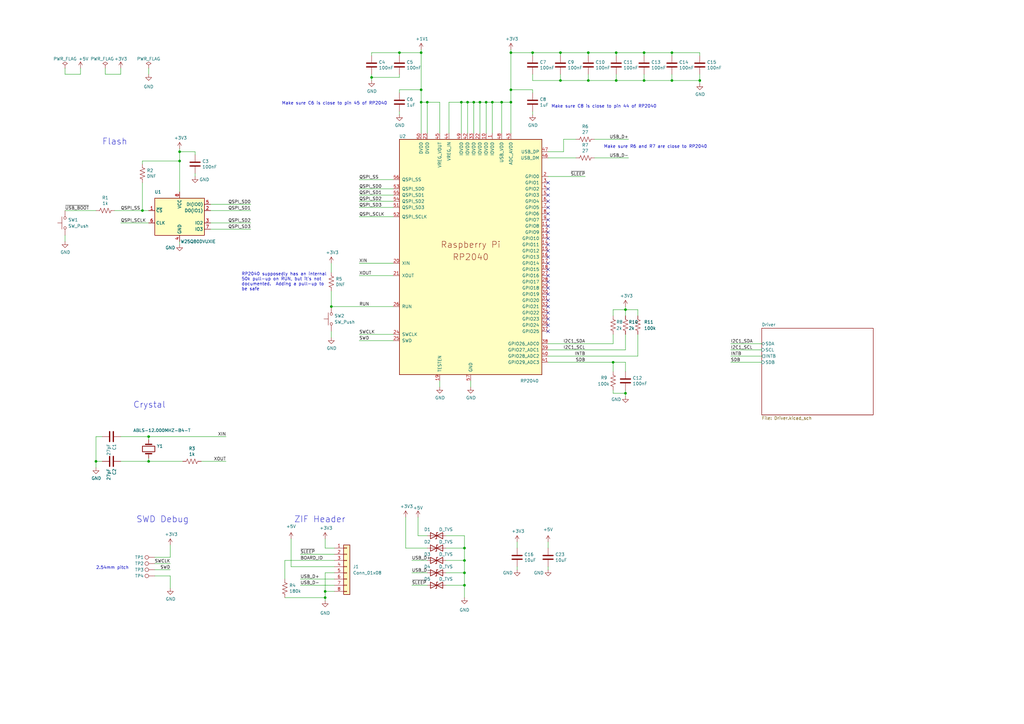
<source format=kicad_sch>
(kicad_sch (version 20230121) (generator eeschema)
  (paper "A3")
  (title_block (title "LED Matrix Input Module") (date "2022-12-18") (company "Framework Computer Inc") (comment 1 "This work is licensed under a Creative Commons Attribution 4.0 International License") (comment 2 "https://github.com/FrameworkComputer/InputModules") (comment 3 "https://frame.work"))
  (lib_symbols
    (symbol "Connector:TestPoint" (pin_numbers hide) (pin_names (offset 0.762) hide)
      (property "Reference" "TP" (at 0 6.858 0))
      (property "Value" "TestPoint" (at 0 5.08 0))
      (symbol "TestPoint_0_1"
        (circle (center 0 3.302) (radius 0.762))
      )
      (symbol "TestPoint_1_1"
        (pin passive line (at 0 0 90) (length 2.54) (name "1") (number "1"))
      )
    )
    (symbol "Connector_Generic:Conn_01x08" (pin_names (offset 1.016) hide)
      (property "Reference" "J" (at 0 10.16 0))
      (property "Value" "Conn_01x08" (at 0 -12.7 0))
      (symbol "Conn_01x08_1_1"
        (rectangle (start -1.27 -10.033) (end 0 -10.287) (stroke (width 0.1524)))
        (rectangle (start -1.27 -7.493) (end 0 -7.747) (stroke (width 0.1524)))
        (rectangle (start -1.27 -4.953) (end 0 -5.207) (stroke (width 0.1524)))
        (rectangle (start -1.27 -2.413) (end 0 -2.667) (stroke (width 0.1524)))
        (rectangle (start -1.27 0.127) (end 0 -0.127) (stroke (width 0.1524)))
        (rectangle (start -1.27 2.667) (end 0 2.413) (stroke (width 0.1524)))
        (rectangle (start -1.27 5.207) (end 0 4.953) (stroke (width 0.1524)))
        (rectangle (start -1.27 7.747) (end 0 7.493) (stroke (width 0.1524)))
        (rectangle (start -1.27 8.89) (end 1.27 -11.43) (stroke (width 0.254)) (fill (type background)))
        (pin passive line (at -5.08 7.62 0) (length 3.81) (name "Pin_1") (number "1"))
        (pin passive line (at -5.08 5.08 0) (length 3.81) (name "Pin_2") (number "2"))
        (pin passive line (at -5.08 2.54 0) (length 3.81) (name "Pin_3") (number "3"))
        (pin passive line (at -5.08 0 0) (length 3.81) (name "Pin_4") (number "4"))
        (pin passive line (at -5.08 -2.54 0) (length 3.81) (name "Pin_5") (number "5"))
        (pin passive line (at -5.08 -5.08 0) (length 3.81) (name "Pin_6") (number "6"))
        (pin passive line (at -5.08 -7.62 0) (length 3.81) (name "Pin_7") (number "7"))
        (pin passive line (at -5.08 -10.16 0) (length 3.81) (name "Pin_8") (number "8"))
      )
    )
    (symbol "Device:C" (pin_numbers hide) (pin_names (offset 0.254))
      (property "Reference" "C" (at 0.635 2.54 0))
      (property "Value" "C" (at 0.635 -2.54 0))
      (symbol "C_0_1"
        (polyline (pts (xy -2.032 -0.762) (xy 2.032 -0.762)) (stroke (width 0.508)))
        (polyline (pts (xy -2.032 0.762) (xy 2.032 0.762)) (stroke (width 0.508)))
      )
      (symbol "C_1_1"
        (pin passive line (at 0 3.81 270) (length 2.794) (name "~") (number "1"))
        (pin passive line (at 0 -3.81 90) (length 2.794) (name "~") (number "2"))
      )
    )
    (symbol "Device:Crystal" (pin_numbers hide) (pin_names (offset 1.016) hide)
      (property "Reference" "Y" (at 0 3.81 0))
      (property "Value" "Crystal" (at 0 -3.81 0))
      (symbol "Crystal_0_1"
        (rectangle (start -1.143 2.54) (end 1.143 -2.54) (stroke (width 0.3048)))
        (polyline (pts (xy -2.54 0) (xy -1.905 0)))
        (polyline (pts (xy -1.905 -1.27) (xy -1.905 1.27)) (stroke (width 0.508)))
        (polyline (pts (xy 1.905 -1.27) (xy 1.905 1.27)) (stroke (width 0.508)))
        (polyline (pts (xy 2.54 0) (xy 1.905 0)))
      )
      (symbol "Crystal_1_1"
        (pin passive line (at -3.81 0 0) (length 1.27) (name "1") (number "1"))
        (pin passive line (at 3.81 0 180) (length 1.27) (name "2") (number "2"))
      )
    )
    (symbol "Device:D_TVS" (pin_numbers hide) (pin_names (offset 1.016) hide)
      (property "Reference" "D" (at 0 2.54 0))
      (property "Value" "D_TVS" (at 0 -2.54 0))
      (symbol "D_TVS_0_1"
        (polyline (pts (xy 1.27 0) (xy -1.27 0)))
        (polyline (pts (xy 0.508 1.27) (xy 0 1.27) (xy 0 -1.27) (xy -0.508 -1.27)) (stroke (width 0.254)))
        (polyline (pts (xy -2.54 1.27) (xy -2.54 -1.27) (xy 2.54 1.27) (xy 2.54 -1.27) (xy -2.54 1.27)) (stroke (width 0.254)))
      )
      (symbol "D_TVS_1_1"
        (pin passive line (at -3.81 0 0) (length 2.54) (name "A1") (number "1"))
        (pin passive line (at 3.81 0 180) (length 2.54) (name "A2") (number "2"))
      )
    )
    (symbol "Device:R_US" (pin_numbers hide) (pin_names (offset 0))
      (property "Reference" "R" (at 2.54 0 90))
      (property "Value" "R_US" (at -2.54 0 90))
      (symbol "R_US_0_1"
        (polyline (pts (xy 0 -2.286) (xy 0 -2.54)))
        (polyline (pts (xy 0 2.286) (xy 0 2.54)))
        (polyline (pts (xy 0 -0.762) (xy 1.016 -1.143) (xy 0 -1.524) (xy -1.016 -1.905) (xy 0 -2.286)))
        (polyline (pts (xy 0 0.762) (xy 1.016 0.381) (xy 0 0) (xy -1.016 -0.381) (xy 0 -0.762)))
        (polyline (pts (xy 0 2.286) (xy 1.016 1.905) (xy 0 1.524) (xy -1.016 1.143) (xy 0 0.762)))
      )
      (symbol "R_US_1_1"
        (pin passive line (at 0 3.81 270) (length 1.27) (name "~") (number "1"))
        (pin passive line (at 0 -3.81 90) (length 1.27) (name "~") (number "2"))
      )
    )
    (symbol "MCU_RaspberryPi_RP2040:RP2040" (pin_names (offset 1.016))
      (property "Reference" "U" (at -29.21 49.53 0))
      (property "Value" "RP2040" (at 24.13 -49.53 0))
      (symbol "RP2040_0_0"
        (text "Raspberry Pi" (at 0 5.08 0) (effects (font (size 2.54 2.54))))
        (text "RP2040" (at 0 0 0) (effects (font (size 2.54 2.54))))
      )
      (symbol "RP2040_0_1"
        (rectangle (start 29.21 48.26) (end -29.21 -48.26) (stroke (width 0.254)) (fill (type background)))
      )
      (symbol "RP2040_1_1"
        (pin power_in line (at 8.89 50.8 270) (length 2.54) (name "IOVDD") (number "1"))
        (pin power_in line (at 6.35 50.8 270) (length 2.54) (name "IOVDD") (number "10"))
        (pin bidirectional line (at 31.75 12.7 180) (length 2.54) (name "GPIO8") (number "11"))
        (pin bidirectional line (at 31.75 10.16 180) (length 2.54) (name "GPIO9") (number "12"))
        (pin bidirectional line (at 31.75 7.62 180) (length 2.54) (name "GPIO10") (number "13"))
        (pin bidirectional line (at 31.75 5.08 180) (length 2.54) (name "GPIO11") (number "14"))
        (pin bidirectional line (at 31.75 2.54 180) (length 2.54) (name "GPIO12") (number "15"))
        (pin bidirectional line (at 31.75 0 180) (length 2.54) (name "GPIO13") (number "16"))
        (pin bidirectional line (at 31.75 -2.54 180) (length 2.54) (name "GPIO14") (number "17"))
        (pin bidirectional line (at 31.75 -5.08 180) (length 2.54) (name "GPIO15") (number "18"))
        (pin passive line (at -12.7 -50.8 90) (length 2.54) (name "TESTEN") (number "19"))
        (pin bidirectional line (at 31.75 33.02 180) (length 2.54) (name "GPIO0") (number "2"))
        (pin input line (at -31.75 -2.54 0) (length 2.54) (name "XIN") (number "20"))
        (pin passive line (at -31.75 -7.62 0) (length 2.54) (name "XOUT") (number "21"))
        (pin power_in line (at 3.81 50.8 270) (length 2.54) (name "IOVDD") (number "22"))
        (pin power_in line (at -17.78 50.8 270) (length 2.54) (name "DVDD") (number "23"))
        (pin output line (at -31.75 -31.75 0) (length 2.54) (name "SWCLK") (number "24"))
        (pin bidirectional line (at -31.75 -34.29 0) (length 2.54) (name "SWD") (number "25"))
        (pin input line (at -31.75 -20.32 0) (length 2.54) (name "RUN") (number "26"))
        (pin bidirectional line (at 31.75 -7.62 180) (length 2.54) (name "GPIO16") (number "27"))
        (pin bidirectional line (at 31.75 -10.16 180) (length 2.54) (name "GPIO17") (number "28"))
        (pin bidirectional line (at 31.75 -12.7 180) (length 2.54) (name "GPIO18") (number "29"))
        (pin bidirectional line (at 31.75 30.48 180) (length 2.54) (name "GPIO1") (number "3"))
        (pin bidirectional line (at 31.75 -15.24 180) (length 2.54) (name "GPIO19") (number "30"))
        (pin bidirectional line (at 31.75 -17.78 180) (length 2.54) (name "GPIO20") (number "31"))
        (pin bidirectional line (at 31.75 -20.32 180) (length 2.54) (name "GPIO21") (number "32"))
        (pin power_in line (at 1.27 50.8 270) (length 2.54) (name "IOVDD") (number "33"))
        (pin bidirectional line (at 31.75 -22.86 180) (length 2.54) (name "GPIO22") (number "34"))
        (pin bidirectional line (at 31.75 -25.4 180) (length 2.54) (name "GPIO23") (number "35"))
        (pin bidirectional line (at 31.75 -27.94 180) (length 2.54) (name "GPIO24") (number "36"))
        (pin bidirectional line (at 31.75 -30.48 180) (length 2.54) (name "GPIO25") (number "37"))
        (pin bidirectional line (at 31.75 -35.56 180) (length 2.54) (name "GPIO26_ADC0") (number "38"))
        (pin bidirectional line (at 31.75 -38.1 180) (length 2.54) (name "GPIO27_ADC1") (number "39"))
        (pin bidirectional line (at 31.75 27.94 180) (length 2.54) (name "GPIO2") (number "4"))
        (pin bidirectional line (at 31.75 -40.64 180) (length 2.54) (name "GPIO28_ADC2") (number "40"))
        (pin bidirectional line (at 31.75 -43.18 180) (length 2.54) (name "GPIO29_ADC3") (number "41"))
        (pin power_in line (at -1.27 50.8 270) (length 2.54) (name "IOVDD") (number "42"))
        (pin power_in line (at 16.51 50.8 270) (length 2.54) (name "ADC_AVDD") (number "43"))
        (pin power_in line (at -8.89 50.8 270) (length 2.54) (name "VREG_IN") (number "44"))
        (pin power_out line (at -12.7 50.8 270) (length 2.54) (name "VREG_VOUT") (number "45"))
        (pin bidirectional line (at 31.75 40.64 180) (length 2.54) (name "USB_DM") (number "46"))
        (pin bidirectional line (at 31.75 43.18 180) (length 2.54) (name "USB_DP") (number "47"))
        (pin power_in line (at 12.7 50.8 270) (length 2.54) (name "USB_VDD") (number "48"))
        (pin power_in line (at -3.81 50.8 270) (length 2.54) (name "IOVDD") (number "49"))
        (pin bidirectional line (at 31.75 25.4 180) (length 2.54) (name "GPIO3") (number "5"))
        (pin power_in line (at -20.32 50.8 270) (length 2.54) (name "DVDD") (number "50"))
        (pin bidirectional line (at -31.75 20.32 0) (length 2.54) (name "QSPI_SD3") (number "51"))
        (pin output line (at -31.75 16.51 0) (length 2.54) (name "QSPI_SCLK") (number "52"))
        (pin bidirectional line (at -31.75 27.94 0) (length 2.54) (name "QSPI_SD0") (number "53"))
        (pin bidirectional line (at -31.75 22.86 0) (length 2.54) (name "QSPI_SD2") (number "54"))
        (pin bidirectional line (at -31.75 25.4 0) (length 2.54) (name "QSPI_SD1") (number "55"))
        (pin bidirectional line (at -31.75 31.75 0) (length 2.54) (name "QSPI_SS") (number "56"))
        (pin power_in line (at 0 -50.8 90) (length 2.54) (name "GND") (number "57"))
        (pin bidirectional line (at 31.75 22.86 180) (length 2.54) (name "GPIO4") (number "6"))
        (pin bidirectional line (at 31.75 20.32 180) (length 2.54) (name "GPIO5") (number "7"))
        (pin bidirectional line (at 31.75 17.78 180) (length 2.54) (name "GPIO6") (number "8"))
        (pin bidirectional line (at 31.75 15.24 180) (length 2.54) (name "GPIO7") (number "9"))
      )
    )
    (symbol "Memory_Flash:W25Q128JVS"
      (property "Reference" "U" (at -8.89 8.89 0))
      (property "Value" "W25Q128JVS" (at 7.62 8.89 0))
      (symbol "W25Q128JVS_0_1"
        (rectangle (start -10.16 7.62) (end 10.16 -7.62) (stroke (width 0.254)) (fill (type background)))
      )
      (symbol "W25Q128JVS_1_1"
        (pin input line (at -12.7 2.54 0) (length 2.54) (name "~{CS}") (number "1"))
        (pin bidirectional line (at 12.7 2.54 180) (length 2.54) (name "DO(IO1)") (number "2"))
        (pin bidirectional line (at 12.7 -2.54 180) (length 2.54) (name "IO2") (number "3"))
        (pin power_in line (at 0 -10.16 90) (length 2.54) (name "GND") (number "4"))
        (pin bidirectional line (at 12.7 5.08 180) (length 2.54) (name "DI(IO0)") (number "5"))
        (pin input line (at -12.7 -2.54 0) (length 2.54) (name "CLK") (number "6"))
        (pin bidirectional line (at 12.7 -5.08 180) (length 2.54) (name "IO3") (number "7"))
        (pin power_in line (at 0 10.16 270) (length 2.54) (name "VCC") (number "8"))
      )
    )
    (symbol "Switch:SW_Push" (pin_numbers hide) (pin_names (offset 1.016) hide)
      (property "Reference" "SW" (at 1.27 2.54 0))
      (property "Value" "SW_Push" (at 0 -1.524 0))
      (symbol "SW_Push_0_1"
        (circle (center -2.032 0) (radius 0.508))
        (polyline (pts (xy 0 1.27) (xy 0 3.048)))
        (polyline (pts (xy 2.54 1.27) (xy -2.54 1.27)))
        (circle (center 2.032 0) (radius 0.508))
        (pin passive line (at -5.08 0 0) (length 2.54) (name "1") (number "1"))
        (pin passive line (at 5.08 0 180) (length 2.54) (name "2") (number "2"))
      )
    )
    (symbol "power:+1V1" (power) (pin_names (offset 0))
      (property "Value" "+1V1" (at 0 3.556 0))
      (symbol "+1V1_0_1"
        (polyline (pts (xy -0.762 1.27) (xy 0 2.54)))
        (polyline (pts (xy 0 0) (xy 0 2.54)))
        (polyline (pts (xy 0 2.54) (xy 0.762 1.27)))
      )
      (symbol "+1V1_1_1"
        (pin power_in line (at 0 0 90) (length 0) hide (name "+1V1") (number "1"))
      )
    )
    (symbol "power:+3V3" (power) (pin_names (offset 0))
      (property "Value" "+3V3" (at 0 3.556 0))
      (symbol "+3V3_0_1"
        (polyline (pts (xy -0.762 1.27) (xy 0 2.54)))
        (polyline (pts (xy 0 0) (xy 0 2.54)))
        (polyline (pts (xy 0 2.54) (xy 0.762 1.27)))
      )
      (symbol "+3V3_1_1"
        (pin power_in line (at 0 0 90) (length 0) hide (name "+3V3") (number "1"))
      )
    )
    (symbol "power:+5V" (power) (pin_names (offset 0))
      (property "Value" "+5V" (at 0 3.556 0))
      (symbol "+5V_0_1"
        (polyline (pts (xy -0.762 1.27) (xy 0 2.54)))
        (polyline (pts (xy 0 0) (xy 0 2.54)))
        (polyline (pts (xy 0 2.54) (xy 0.762 1.27)))
      )
      (symbol "+5V_1_1"
        (pin power_in line (at 0 0 90) (length 0) hide (name "+5V") (number "1"))
      )
    )
    (symbol "power:GND" (power) (pin_names (offset 0))
      (property "Value" "GND" (at 0 -3.81 0))
      (symbol "GND_0_1"
        (polyline (pts (xy 0 0) (xy 0 -1.27) (xy 1.27 -1.27) (xy 0 -2.54) (xy -1.27 -1.27) (xy 0 -1.27)))
      )
      (symbol "GND_1_1"
        (pin power_in line (at 0 0 270) (length 0) hide (name "GND") (number "1"))
      )
    )
    (symbol "power:PWR_FLAG" (power) (pin_numbers hide) (pin_names (offset 0) hide)
      (property "Value" "PWR_FLAG" (at 0 3.81 0))
      (symbol "PWR_FLAG_0_0"
        (pin power_out line (at 0 0 90) (length 0) (name "pwr") (number "1"))
      )
      (symbol "PWR_FLAG_0_1"
        (polyline (pts (xy 0 0) (xy 0 1.27) (xy -1.016 1.905) (xy 0 2.54) (xy 1.016 1.905) (xy 0 1.27)))
      )
    )
  )
  (junction (at 60.96 179.07))
  (junction (at 218.44 21.59))
  (junction (at 209.55 36.83))
  (junction (at 256.54 161.29))
  (junction (at 172.72 21.59))
  (junction (at 190.5 240.03))
  (junction (at 175.26 41.91))
  (junction (at 60.96 189.23))
  (junction (at 39.37 189.23))
  (junction (at 252.73 21.59))
  (junction (at 189.23 41.91))
  (junction (at 172.72 36.83))
  (junction (at 133.35 242.57))
  (junction (at 135.89 125.73))
  (junction (at 264.16 21.59))
  (junction (at 205.74 41.91))
  (junction (at 264.16 33.02))
  (junction (at 191.77 41.91))
  (junction (at 275.59 21.59))
  (junction (at 256.54 127))
  (junction (at 58.42 86.36))
  (junction (at 287.02 33.02))
  (junction (at 275.59 33.02))
  (junction (at 196.85 41.91))
  (junction (at 229.87 33.02))
  (junction (at 190.5 229.87))
  (junction (at 190.5 234.95))
  (junction (at 209.55 41.91))
  (junction (at 241.3 33.02))
  (junction (at 252.73 33.02))
  (junction (at 73.66 66.04))
  (junction (at 133.35 245.11))
  (junction (at 73.66 62.23))
  (junction (at 199.39 41.91))
  (junction (at 190.5 224.79))
  (junction (at 172.72 41.91))
  (junction (at 201.93 41.91))
  (junction (at 163.83 21.59))
  (junction (at 209.55 21.59))
  (junction (at 229.87 21.59))
  (junction (at 194.31 41.91))
  (junction (at 152.4 31.75))
  (junction (at 241.3 21.59))
  (junction (at 251.46 148.59))
  (no_connect (at 224.79 110.49))
  (no_connect (at 224.79 120.65))
  (no_connect (at 224.79 90.17))
  (no_connect (at 224.79 97.79))
  (no_connect (at 224.79 82.55))
  (no_connect (at 224.79 115.57))
  (no_connect (at 224.79 128.27))
  (no_connect (at 224.79 135.89))
  (no_connect (at 224.79 100.33))
  (no_connect (at 224.79 118.11))
  (no_connect (at 224.79 107.95))
  (no_connect (at 224.79 74.93))
  (no_connect (at 224.79 133.35))
  (no_connect (at 224.79 85.09))
  (no_connect (at 224.79 123.19))
  (no_connect (at 224.79 77.47))
  (no_connect (at 224.79 105.41))
  (no_connect (at 224.79 130.81))
  (no_connect (at 224.79 95.25))
  (no_connect (at 224.79 102.87))
  (no_connect (at 224.79 113.03))
  (no_connect (at 224.79 92.71))
  (no_connect (at 224.79 80.01))
  (no_connect (at 224.79 125.73))
  (no_connect (at 224.79 87.63))
  (wire (pts (xy 49.53 91.44) (xy 60.96 91.44)))
  (wire (pts (xy 275.59 30.48) (xy 275.59 33.02)))
  (wire (pts (xy 116.84 229.87) (xy 137.16 229.87)))
  (wire (pts (xy 58.42 74.93) (xy 58.42 86.36)))
  (wire (pts (xy 60.96 189.23) (xy 74.93 189.23)))
  (wire (pts (xy 163.83 38.1) (xy 163.83 36.83)))
  (wire (pts (xy 182.88 234.95) (xy 190.5 234.95)))
  (wire (pts (xy 168.91 240.03) (xy 175.26 240.03)))
  (wire (pts (xy 229.87 33.02) (xy 218.44 33.02)))
  (wire (pts (xy 275.59 33.02) (xy 287.02 33.02)))
  (wire (pts (xy 80.01 63.5) (xy 80.01 62.23)))
  (wire (pts (xy 251.46 129.54) (xy 251.46 127)))
  (wire (pts (xy 147.32 107.95) (xy 161.29 107.95)))
  (wire (pts (xy 33.02 30.48) (xy 26.67 30.48)))
  (wire (pts (xy 261.62 127) (xy 261.62 129.54)))
  (wire (pts (xy 241.3 21.59) (xy 252.73 21.59)))
  (wire (pts (xy 133.35 220.98) (xy 133.35 224.79)))
  (wire (pts (xy 69.85 236.22) (xy 69.85 241.3)))
  (wire (pts (xy 224.79 62.23) (xy 231.14 62.23)))
  (wire (pts (xy 33.02 27.94) (xy 33.02 30.48)))
  (wire (pts (xy 287.02 30.48) (xy 287.02 33.02)))
  (wire (pts (xy 163.83 31.75) (xy 163.83 30.48)))
  (wire (pts (xy 172.72 36.83) (xy 172.72 41.91)))
  (wire (pts (xy 163.83 21.59) (xy 172.72 21.59)))
  (wire (pts (xy 224.79 143.51) (xy 256.54 143.51)))
  (wire (pts (xy 224.79 72.39) (xy 240.03 72.39)))
  (wire (pts (xy 60.96 27.94) (xy 60.96 30.48)))
  (wire (pts (xy 123.19 240.03) (xy 137.16 240.03)))
  (wire (pts (xy 193.04 156.21) (xy 193.04 158.75)))
  (wire (pts (xy 39.37 189.23) (xy 39.37 191.77)))
  (wire (pts (xy 229.87 21.59) (xy 241.3 21.59)))
  (wire (pts (xy 168.91 234.95) (xy 175.26 234.95)))
  (wire (pts (xy 147.32 82.55) (xy 161.29 82.55)))
  (wire (pts (xy 86.36 86.36) (xy 102.87 86.36)))
  (wire (pts (xy 209.55 41.91) (xy 209.55 54.61)))
  (wire (pts (xy 39.37 86.36) (xy 26.67 86.36)))
  (wire (pts (xy 264.16 33.02) (xy 252.73 33.02)))
  (wire (pts (xy 58.42 86.36) (xy 60.96 86.36)))
  (wire (pts (xy 287.02 22.86) (xy 287.02 21.59)))
  (wire (pts (xy 190.5 234.95) (xy 190.5 240.03)))
  (wire (pts (xy 147.32 85.09) (xy 161.29 85.09)))
  (wire (pts (xy 256.54 161.29) (xy 256.54 160.02)))
  (wire (pts (xy 163.83 45.72) (xy 163.83 46.99)))
  (wire (pts (xy 69.85 233.68) (xy 63.5 233.68)))
  (wire (pts (xy 152.4 31.75) (xy 163.83 31.75)))
  (wire (pts (xy 256.54 127) (xy 261.62 127)))
  (wire (pts (xy 137.16 232.41) (xy 119.38 232.41)))
  (wire (pts (xy 63.5 236.22) (xy 69.85 236.22)))
  (wire (pts (xy 275.59 21.59) (xy 287.02 21.59)))
  (wire (pts (xy 287.02 33.02) (xy 287.02 34.29)))
  (wire (pts (xy 172.72 20.32) (xy 172.72 21.59)))
  (wire (pts (xy 63.5 228.6) (xy 69.85 228.6)))
  (wire (pts (xy 190.5 240.03) (xy 190.5 245.11)))
  (wire (pts (xy 133.35 245.11) (xy 133.35 246.38)))
  (wire (pts (xy 180.34 54.61) (xy 180.34 41.91)))
  (wire (pts (xy 256.54 148.59) (xy 256.54 152.4)))
  (wire (pts (xy 152.4 22.86) (xy 152.4 21.59)))
  (wire (pts (xy 218.44 30.48) (xy 218.44 33.02)))
  (wire (pts (xy 49.53 189.23) (xy 60.96 189.23)))
  (wire (pts (xy 82.55 189.23) (xy 92.71 189.23)))
  (wire (pts (xy 172.72 21.59) (xy 172.72 36.83)))
  (wire (pts (xy 116.84 245.11) (xy 133.35 245.11)))
  (wire (pts (xy 194.31 41.91) (xy 196.85 41.91)))
  (wire (pts (xy 161.29 73.66) (xy 147.32 73.66)))
  (wire (pts (xy 231.14 57.15) (xy 236.22 57.15)))
  (wire (pts (xy 73.66 66.04) (xy 73.66 78.74)))
  (wire (pts (xy 86.36 91.44) (xy 102.87 91.44)))
  (wire (pts (xy 190.5 229.87) (xy 190.5 234.95)))
  (wire (pts (xy 218.44 21.59) (xy 229.87 21.59)))
  (wire (pts (xy 212.09 232.41) (xy 212.09 233.68)))
  (wire (pts (xy 182.88 229.87) (xy 190.5 229.87)))
  (wire (pts (xy 172.72 41.91) (xy 172.72 54.61)))
  (wire (pts (xy 73.66 99.06) (xy 73.66 100.33)))
  (wire (pts (xy 252.73 30.48) (xy 252.73 33.02)))
  (wire (pts (xy 69.85 223.52) (xy 69.85 228.6)))
  (wire (pts (xy 182.88 240.03) (xy 190.5 240.03)))
  (wire (pts (xy 209.55 21.59) (xy 218.44 21.59)))
  (wire (pts (xy 299.72 140.97) (xy 312.42 140.97)))
  (wire (pts (xy 243.84 57.15) (xy 257.81 57.15)))
  (wire (pts (xy 86.36 93.98) (xy 102.87 93.98)))
  (wire (pts (xy 299.72 143.51) (xy 312.42 143.51)))
  (wire (pts (xy 147.32 77.47) (xy 161.29 77.47)))
  (wire (pts (xy 224.79 222.25) (xy 224.79 224.79)))
  (wire (pts (xy 161.29 113.03) (xy 147.32 113.03)))
  (wire (pts (xy 161.29 88.9) (xy 147.32 88.9)))
  (wire (pts (xy 205.74 41.91) (xy 209.55 41.91)))
  (wire (pts (xy 135.89 107.95) (xy 135.89 111.76)))
  (wire (pts (xy 41.91 179.07) (xy 39.37 179.07)))
  (wire (pts (xy 171.45 212.09) (xy 171.45 219.71)))
  (wire (pts (xy 251.46 148.59) (xy 251.46 152.4)))
  (wire (pts (xy 252.73 21.59) (xy 264.16 21.59)))
  (wire (pts (xy 123.19 237.49) (xy 137.16 237.49)))
  (wire (pts (xy 123.19 227.33) (xy 137.16 227.33)))
  (wire (pts (xy 166.37 224.79) (xy 175.26 224.79)))
  (wire (pts (xy 147.32 80.01) (xy 161.29 80.01)))
  (wire (pts (xy 196.85 41.91) (xy 199.39 41.91)))
  (wire (pts (xy 196.85 54.61) (xy 196.85 41.91)))
  (wire (pts (xy 209.55 21.59) (xy 209.55 36.83)))
  (wire (pts (xy 39.37 179.07) (xy 39.37 189.23)))
  (wire (pts (xy 26.67 30.48) (xy 26.67 27.94)))
  (wire (pts (xy 58.42 66.04) (xy 73.66 66.04)))
  (wire (pts (xy 243.84 64.77) (xy 257.81 64.77)))
  (wire (pts (xy 264.16 30.48) (xy 264.16 33.02)))
  (wire (pts (xy 201.93 41.91) (xy 205.74 41.91)))
  (wire (pts (xy 194.31 54.61) (xy 194.31 41.91)))
  (wire (pts (xy 251.46 148.59) (xy 256.54 148.59)))
  (wire (pts (xy 218.44 22.86) (xy 218.44 21.59)))
  (wire (pts (xy 256.54 127) (xy 256.54 129.54)))
  (wire (pts (xy 73.66 60.96) (xy 73.66 62.23)))
  (wire (pts (xy 224.79 146.05) (xy 261.62 146.05)))
  (wire (pts (xy 163.83 36.83) (xy 172.72 36.83)))
  (wire (pts (xy 205.74 54.61) (xy 205.74 41.91)))
  (wire (pts (xy 229.87 30.48) (xy 229.87 33.02)))
  (wire (pts (xy 163.83 22.86) (xy 163.83 21.59)))
  (wire (pts (xy 275.59 22.86) (xy 275.59 21.59)))
  (wire (pts (xy 184.15 41.91) (xy 189.23 41.91)))
  (wire (pts (xy 180.34 156.21) (xy 180.34 158.75)))
  (wire (pts (xy 175.26 219.71) (xy 171.45 219.71)))
  (wire (pts (xy 241.3 30.48) (xy 241.3 33.02)))
  (wire (pts (xy 199.39 54.61) (xy 199.39 41.91)))
  (wire (pts (xy 182.88 224.79) (xy 190.5 224.79)))
  (wire (pts (xy 256.54 127) (xy 256.54 125.73)))
  (wire (pts (xy 191.77 54.61) (xy 191.77 41.91)))
  (wire (pts (xy 166.37 224.79) (xy 166.37 212.09)))
  (wire (pts (xy 224.79 64.77) (xy 236.22 64.77)))
  (wire (pts (xy 275.59 33.02) (xy 264.16 33.02)))
  (wire (pts (xy 261.62 137.16) (xy 261.62 146.05)))
  (wire (pts (xy 135.89 135.89) (xy 135.89 138.43)))
  (wire (pts (xy 264.16 22.86) (xy 264.16 21.59)))
  (wire (pts (xy 264.16 21.59) (xy 275.59 21.59)))
  (wire (pts (xy 224.79 148.59) (xy 251.46 148.59)))
  (wire (pts (xy 119.38 220.98) (xy 119.38 232.41)))
  (wire (pts (xy 135.89 125.73) (xy 161.29 125.73)))
  (wire (pts (xy 251.46 160.02) (xy 251.46 161.29)))
  (wire (pts (xy 224.79 232.41) (xy 224.79 233.68)))
  (wire (pts (xy 252.73 22.86) (xy 252.73 21.59)))
  (wire (pts (xy 60.96 187.96) (xy 60.96 189.23)))
  (wire (pts (xy 80.01 71.12) (xy 80.01 72.39)))
  (wire (pts (xy 209.55 36.83) (xy 209.55 41.91)))
  (wire (pts (xy 252.73 33.02) (xy 241.3 33.02)))
  (wire (pts (xy 152.4 31.75) (xy 152.4 33.02)))
  (wire (pts (xy 43.18 30.48) (xy 43.18 27.94)))
  (wire (pts (xy 218.44 45.72) (xy 218.44 46.99)))
  (wire (pts (xy 49.53 30.48) (xy 43.18 30.48)))
  (wire (pts (xy 224.79 140.97) (xy 251.46 140.97)))
  (wire (pts (xy 190.5 224.79) (xy 190.5 229.87)))
  (wire (pts (xy 168.91 229.87) (xy 175.26 229.87)))
  (wire (pts (xy 241.3 33.02) (xy 229.87 33.02)))
  (wire (pts (xy 201.93 41.91) (xy 201.93 54.61)))
  (wire (pts (xy 60.96 180.34) (xy 60.96 179.07)))
  (wire (pts (xy 161.29 137.16) (xy 147.32 137.16)))
  (wire (pts (xy 209.55 36.83) (xy 218.44 36.83)))
  (wire (pts (xy 190.5 219.71) (xy 190.5 224.79)))
  (wire (pts (xy 180.34 41.91) (xy 175.26 41.91)))
  (wire (pts (xy 182.88 219.71) (xy 190.5 219.71)))
  (wire (pts (xy 135.89 119.38) (xy 135.89 125.73)))
  (wire (pts (xy 60.96 179.07) (xy 92.71 179.07)))
  (wire (pts (xy 189.23 41.91) (xy 191.77 41.91)))
  (wire (pts (xy 133.35 234.95) (xy 133.35 242.57)))
  (wire (pts (xy 251.46 137.16) (xy 251.46 140.97)))
  (wire (pts (xy 58.42 67.31) (xy 58.42 66.04)))
  (wire (pts (xy 86.36 83.82) (xy 102.87 83.82)))
  (wire (pts (xy 231.14 57.15) (xy 231.14 62.23)))
  (wire (pts (xy 175.26 54.61) (xy 175.26 41.91)))
  (wire (pts (xy 256.54 161.29) (xy 256.54 162.56)))
  (wire (pts (xy 251.46 161.29) (xy 256.54 161.29)))
  (wire (pts (xy 251.46 127) (xy 256.54 127)))
  (wire (pts (xy 212.09 222.25) (xy 212.09 224.79)))
  (wire (pts (xy 209.55 20.32) (xy 209.55 21.59)))
  (wire (pts (xy 241.3 22.86) (xy 241.3 21.59)))
  (wire (pts (xy 175.26 41.91) (xy 172.72 41.91)))
  (wire (pts (xy 63.5 231.14) (xy 69.85 231.14)))
  (wire (pts (xy 191.77 41.91) (xy 194.31 41.91)))
  (wire (pts (xy 133.35 224.79) (xy 137.16 224.79)))
  (wire (pts (xy 161.29 139.7) (xy 147.32 139.7)))
  (wire (pts (xy 189.23 54.61) (xy 189.23 41.91)))
  (wire (pts (xy 80.01 62.23) (xy 73.66 62.23)))
  (wire (pts (xy 137.16 234.95) (xy 133.35 234.95)))
  (wire (pts (xy 229.87 22.86) (xy 229.87 21.59)))
  (wire (pts (xy 152.4 30.48) (xy 152.4 31.75)))
  (wire (pts (xy 26.67 96.52) (xy 26.67 99.06)))
  (wire (pts (xy 49.53 27.94) (xy 49.53 30.48)))
  (wire (pts (xy 299.72 146.05) (xy 312.42 146.05)))
  (wire (pts (xy 116.84 229.87) (xy 116.84 237.49)))
  (wire (pts (xy 49.53 179.07) (xy 60.96 179.07)))
  (wire (pts (xy 73.66 62.23) (xy 73.66 66.04)))
  (wire (pts (xy 199.39 41.91) (xy 201.93 41.91)))
  (wire (pts (xy 133.35 242.57) (xy 133.35 245.11)))
  (wire (pts (xy 137.16 242.57) (xy 133.35 242.57)))
  (wire (pts (xy 152.4 21.59) (xy 163.83 21.59)))
  (wire (pts (xy 299.72 148.59) (xy 312.42 148.59)))
  (wire (pts (xy 46.99 86.36) (xy 58.42 86.36)))
  (wire (pts (xy 256.54 137.16) (xy 256.54 143.51)))
  (wire (pts (xy 184.15 54.61) (xy 184.15 41.91)))
  (wire (pts (xy 41.91 189.23) (xy 39.37 189.23)))
  (wire (pts (xy 218.44 38.1) (xy 218.44 36.83)))
  (text "Make sure C8 is close to pin 44 of RP2040" (at 226.06 44.45 0) (effects (font (size 1.27 1.27)) (justify left bottom)))
  (text "Crystal" (at 54.61 167.64 0) (effects (font (size 2.54 2.54)) (justify left bottom)))
  (text "2.54mm pitch" (at 39.37 233.68 0) (effects (font (size 1.27 1.27)) (justify left bottom)))
  (text "RP2040 supposedly has an internal \n50k pull-up on RUN, but it's not\ndocumented.  Adding a pull-up to\nbe safe" (at 99.06 119.38 0) (effects (font (size 1.27 1.27)) (justify left bottom)))
  (text "Flash" (at 41.91 59.69 0) (effects (font (size 2.54 2.54)) (justify left bottom)))
  (text "ZIF Header" (at 120.65 214.63 0) (effects (font (size 2.54 2.54)) (justify left bottom)))
  (text "SWD Debug\n" (at 55.88 214.63 0) (effects (font (size 2.54 2.54)) (justify left bottom)))
  (text "Make sure R6 and R7 are close to RP2040" (at 247.65 60.96 0) (effects (font (size 1.27 1.27)) (justify left bottom)))
  (text "Make sure C6 is close to pin 45 of RP2040" (at 115.57 43.18 0) (effects (font (size 1.27 1.27)) (justify left bottom)))
  (label "XOUT" (at 92.71 189.23 180))
  (label "I2C1_SCL" (at 240.03 143.51 180))
  (label "~{SLEEP}" (at 240.03 72.39 180))
  (label "XIN" (at 92.71 179.07 180))
  (label "BOARD_ID" (at 123.19 229.87 0))
  (label "QSPI_SD0" (at 102.87 83.82 180))
  (label "USB_D-" (at 168.91 234.95 0))
  (label "INTB" (at 240.03 146.05 180))
  (label "QSPI_SD1" (at 147.32 80.01 0))
  (label "I2C1_SDA" (at 240.03 140.97 180))
  (label "QSPI_SCLK" (at 49.53 91.44 0))
  (label "SDB" (at 299.72 148.59 0))
  (label "QSPI_SD2" (at 102.87 91.44 180))
  (label "XIN" (at 147.32 107.95 0))
  (label "QSPI_SD1" (at 102.87 86.36 180))
  (label "SWD" (at 147.32 139.7 0))
  (label "I2C1_SCL" (at 299.72 143.51 0))
  (label "I2C1_SDA" (at 299.72 140.97 0))
  (label "QSPI_SCLK" (at 147.32 88.9 0))
  (label "USB_D+" (at 168.91 229.87 0))
  (label "~{SLEEP}" (at 168.91 240.03 0))
  (label "SWCLK" (at 69.85 231.14 180))
  (label "SWD" (at 69.85 233.68 180))
  (label "INTB" (at 299.72 146.05 0))
  (label "QSPI_SD3" (at 102.87 93.98 180))
  (label "SWCLK" (at 147.32 137.16 0))
  (label "USB_D-" (at 123.19 240.03 0))
  (label "USB_D-" (at 257.81 64.77 180))
  (label "USB_D+" (at 123.19 237.49 0))
  (label "QSPI_SS" (at 49.53 86.36 0))
  (label "SDB" (at 240.03 148.59 180))
  (label "~{SLEEP}" (at 123.19 227.33 0))
  (label "RUN" (at 147.32 125.73 0))
  (label "XOUT" (at 147.32 113.03 0))
  (label "QSPI_SD2" (at 147.32 82.55 0))
  (label "QSPI_SD0" (at 147.32 77.47 0))
  (label "QSPI_SS" (at 147.32 73.66 0))
  (label "USB_D+" (at 257.81 57.15 180))
  (label "~{USB_BOOT}" (at 26.67 86.36 0))
  (label "QSPI_SD3" (at 147.32 85.09 0))
  (symbol (lib_id "power:GND") (at 218.44 46.99 0) (unit 1)
    (property "Reference" "#PWR022" (effects hide))
    (property "Value" "GND" (at 218.567 51.3842 0))
  )
  (symbol (lib_id "Device:D_TVS") (at 179.07 224.79 0) (unit 1)
    (property "Reference" "D2" (at 175.26 222.25 0))
    (property "Value" "D_TVS" (at 182.88 222.25 0))
  )
  (symbol (lib_id "power:GND") (at 60.96 30.48 0) (unit 1)
    (property "Reference" "#PWR0103" (effects hide))
    (property "Value" "GND" (at 60.96 35.56 0))
  )
  (symbol (lib_id "power:GND") (at 180.34 158.75 0) (unit 1)
    (property "Reference" "#PWR018" (effects hide))
    (property "Value" "GND" (at 180.467 163.1442 0))
  )
  (symbol (lib_id "Device:D_TVS") (at 179.07 229.87 0) (unit 1)
    (property "Reference" "D3" (at 175.26 227.33 0))
    (property "Value" "D_TVS" (at 182.88 227.33 0))
  )
  (symbol (lib_id "power:GND") (at 190.5 245.11 0) (unit 1)
    (property "Reference" "#PWR019" (effects hide))
    (property "Value" "GND" (at 190.5 250.19 0))
  )
  (symbol (lib_id "power:GND") (at 256.54 162.56 0) (unit 1)
    (property "Reference" "#PWR024" (effects hide))
    (property "Value" "GND" (at 252.73 163.83 0))
  )
  (symbol (lib_id "Device:R_US") (at 78.74 189.23 270) (unit 1)
    (property "Reference" "R3" (at 78.74 183.9722 90))
    (property "Value" "1k" (at 78.74 186.2836 90))
    (property "Footprint" "Capacitor_SMD:C_0402_1005Metric" (effects hide))
  )
  (symbol (lib_id "power:+1V1") (at 172.72 20.32 0) (unit 1)
    (property "Reference" "#PWR017" (effects hide))
    (property "Value" "+1V1" (at 173.101 15.9258 0))
  )
  (symbol (lib_id "Device:C") (at 275.59 26.67 0) (unit 1)
    (property "Reference" "C14" (at 278.511 25.5016 0) (effects (justify left)))
    (property "Value" "100nF" (at 278.511 27.813 0) (effects (justify left)))
    (property "Footprint" "Capacitor_SMD:C_0402_1005Metric" (effects hide))
  )
  (symbol (lib_id "Device:C") (at 212.09 228.6 0) (unit 1)
    (property "Reference" "C16" (at 215.011 227.4316 0) (effects (justify left)))
    (property "Value" "10uF" (at 215.011 229.743 0) (effects (justify left)))
    (property "Footprint" "Capacitor_SMD:C_0805_2012Metric" (effects hide))
  )
  (symbol (lib_id "power:+5V") (at 224.79 222.25 0) (unit 1)
    (property "Reference" "#PWR032" (effects hide))
    (property "Value" "+5V" (at 224.79 217.17 0))
  )
  (symbol (lib_id "Device:R_US") (at 251.46 133.35 0) (unit 1)
    (property "Reference" "R8" (at 252.73 132.08 0) (effects (justify left)))
    (property "Value" "2k" (at 252.73 134.62 0) (effects (justify left)))
    (property "Footprint" "Capacitor_SMD:C_0402_1005Metric" (effects hide))
  )
  (symbol (lib_id "power:+5V") (at 171.45 212.09 0) (unit 1)
    (property "Reference" "#PWR016" (effects hide))
    (property "Value" "+5V" (at 171.45 208.28 0))
  )
  (symbol (lib_id "power:+3V3") (at 49.53 27.94 0) (unit 1)
    (property "Reference" "#PWR0102" (effects hide))
    (property "Value" "+3V3" (at 49.53 24.13 0))
  )
  (symbol (lib_id "Connector:TestPoint") (at 63.5 228.6 90) (unit 1)
    (property "Reference" "TP1" (at 57.15 228.6 90))
    (property "Value" "TestPoint" (effects hide))
  )
  (symbol (lib_id "Device:C") (at 80.01 67.31 0) (unit 1)
    (property "Reference" "C3" (at 82.931 66.1416 0) (effects (justify left)))
    (property "Value" "100nF" (at 82.931 68.453 0) (effects (justify left)))
    (property "Footprint" "Capacitor_SMD:C_0402_1005Metric" (effects hide))
  )
  (symbol (lib_id "Device:C") (at 256.54 156.21 0) (unit 1)
    (property "Reference" "C12" (at 259.461 155.0416 0) (effects (justify left)))
    (property "Value" "100nF" (at 259.461 157.353 0) (effects (justify left)))
    (property "Footprint" "Capacitor_SMD:C_0805_2012Metric" (effects hide))
  )
  (symbol (lib_id "Device:C") (at 287.02 26.67 0) (unit 1)
    (property "Reference" "C15" (at 289.941 25.5016 0) (effects (justify left)))
    (property "Value" "100nF" (at 289.941 27.813 0) (effects (justify left)))
    (property "Footprint" "Capacitor_SMD:C_0402_1005Metric" (effects hide))
  )
  (symbol (lib_id "Switch:SW_Push") (at 26.67 91.44 90) (unit 1)
    (property "Reference" "SW1" (at 27.94 90.1699 90) (effects (justify right)))
    (property "Value" "SW_Push" (at 27.94 92.7099 90) (effects (justify right)))
  )
  (symbol (lib_id "Device:C") (at 152.4 26.67 0) (unit 1)
    (property "Reference" "C4" (at 155.321 25.5016 0) (effects (justify left)))
    (property "Value" "100nF" (at 155.321 27.813 0) (effects (justify left)))
    (property "Footprint" "Capacitor_SMD:C_0402_1005Metric" (effects hide))
  )
  (symbol (lib_id "power:GND") (at 73.66 100.33 0) (unit 1)
    (property "Reference" "#PWR06" (effects hide))
    (property "Value" "GND" (at 69.85 101.6 0))
  )
  (symbol (lib_id "Device:D_TVS") (at 179.07 240.03 0) (unit 1)
    (property "Reference" "D5" (at 175.26 237.49 0))
    (property "Value" "D_TVS" (at 182.88 237.49 0))
  )
  (symbol (lib_id "Device:C") (at 224.79 228.6 0) (unit 1)
    (property "Reference" "C23" (at 227.711 227.4316 0) (effects (justify left)))
    (property "Value" "10uF" (at 227.711 229.743 0) (effects (justify left)))
    (property "Footprint" "Capacitor_SMD:C_0805_2012Metric" (effects hide))
  )
  (symbol (lib_id "power:GND") (at 287.02 34.29 0) (unit 1)
    (property "Reference" "#PWR025" (effects hide))
    (property "Value" "GND" (at 287.147 38.6842 0))
  )
  (symbol (lib_id "power:+3V3") (at 166.37 212.09 0) (unit 1)
    (property "Reference" "#PWR015" (effects hide))
    (property "Value" "+3V3" (at 166.751 207.6958 0))
  )
  (symbol (lib_id "Device:C") (at 229.87 26.67 0) (unit 1)
    (property "Reference" "C9" (at 232.791 25.5016 0) (effects (justify left)))
    (property "Value" "100nF" (at 232.791 27.813 0) (effects (justify left)))
    (property "Footprint" "Capacitor_SMD:C_0402_1005Metric" (effects hide))
  )
  (symbol (lib_id "Device:C") (at 218.44 26.67 0) (unit 1)
    (property "Reference" "C7" (at 221.361 25.5016 0) (effects (justify left)))
    (property "Value" "100nF" (at 221.361 27.813 0) (effects (justify left)))
    (property "Footprint" "Capacitor_SMD:C_0402_1005Metric" (effects hide))
  )
  (symbol (lib_id "power:GND") (at 69.85 241.3 0) (unit 1)
    (property "Reference" "#PWR04" (effects hide))
    (property "Value" "GND" (at 69.977 245.6942 0))
  )
  (symbol (lib_id "power:+3V3") (at 69.85 223.52 0) (unit 1)
    (property "Reference" "#PWR03" (effects hide))
    (property "Value" "+3V3" (at 70.231 219.1258 0))
  )
  (symbol (lib_id "Device:C") (at 218.44 41.91 0) (unit 1)
    (property "Reference" "C8" (at 221.361 40.7416 0) (effects (justify left)))
    (property "Value" "1uF" (at 221.361 43.053 0) (effects (justify left)))
    (property "Footprint" "Capacitor_SMD:C_0402_1005Metric" (effects hide))
  )
  (symbol (lib_id "power:GND") (at 26.67 99.06 0) (unit 1)
    (property "Reference" "#PWR01" (effects hide))
    (property "Value" "GND" (at 26.797 103.4542 0))
  )
  (symbol (lib_id "Device:R_US") (at 116.84 241.3 0) (unit 1)
    (property "Reference" "R4" (at 118.618 240.1316 0) (effects (justify left)))
    (property "Value" "180k" (at 118.618 242.443 0) (effects (justify left)))
    (property "Footprint" "Capacitor_SMD:C_0402_1005Metric" (effects hide))
  )
  (symbol (lib_id "power:GND") (at 135.89 138.43 0) (unit 1)
    (property "Reference" "#PWR012" (effects hide))
    (property "Value" "GND" (at 136.017 142.8242 0))
  )
  (symbol (lib_id "Device:C") (at 241.3 26.67 0) (unit 1)
    (property "Reference" "C10" (at 244.221 25.5016 0) (effects (justify left)))
    (property "Value" "100nF" (at 244.221 27.813 0) (effects (justify left)))
    (property "Footprint" "Capacitor_SMD:C_0402_1005Metric" (effects hide))
  )
  (symbol (lib_id "Device:R_US") (at 43.18 86.36 270) (unit 1)
    (property "Reference" "R1" (at 43.18 81.1022 90))
    (property "Value" "1k" (at 43.18 83.4136 90))
    (property "Footprint" "Capacitor_SMD:C_0402_1005Metric" (effects hide))
  )
  (symbol (lib_id "power:PWR_FLAG") (at 26.67 27.94 0) (unit 1)
    (property "Reference" "#FLG0101" (effects hide))
    (property "Value" "PWR_FLAG" (at 26.67 24.13 0))
  )
  (symbol (lib_id "MCU_RaspberryPi_RP2040:RP2040") (at 193.04 105.41 0) (unit 1)
    (property "Reference" "U2" (at 165.1 55.88 0))
    (property "Value" "RP2040" (at 217.17 156.21 0))
    (property "Footprint" "RP2040_minimal:RP2040-QFN-56" (effects hide))
  )
  (symbol (lib_id "power:+3V3") (at 133.35 220.98 0) (unit 1)
    (property "Reference" "#PWR09" (effects hide))
    (property "Value" "+3V3" (at 133.731 216.5858 0))
  )
  (symbol (lib_id "Connector:TestPoint") (at 63.5 231.14 90) (unit 1)
    (property "Reference" "TP2" (at 57.15 231.14 90))
    (property "Value" "TestPoint" (effects hide))
  )
  (symbol (lib_id "power:+3V3") (at 209.55 20.32 0) (unit 1)
    (property "Reference" "#PWR021" (effects hide))
    (property "Value" "+3V3" (at 209.931 15.9258 0))
  )
  (symbol (lib_id "Switch:SW_Push") (at 135.89 130.81 90) (unit 1)
    (property "Reference" "SW2" (at 137.16 129.5399 90) (effects (justify right)))
    (property "Value" "SW_Push" (at 137.16 132.0799 90) (effects (justify right)))
  )
  (symbol (lib_id "Device:C") (at 45.72 189.23 270) (unit 1)
    (property "Reference" "C2" (at 46.8884 192.151 0) (effects (justify left)))
    (property "Value" "27pF" (at 44.577 192.151 0) (effects (justify left)))
    (property "Footprint" "Capacitor_SMD:C_0402_1005Metric" (effects hide))
  )
  (symbol (lib_id "Device:C") (at 163.83 41.91 0) (unit 1)
    (property "Reference" "C6" (at 166.751 40.7416 0) (effects (justify left)))
    (property "Value" "1uF" (at 166.751 43.053 0) (effects (justify left)))
    (property "Footprint" "Capacitor_SMD:C_0402_1005Metric" (effects hide))
  )
  (symbol (lib_id "power:PWR_FLAG") (at 43.18 27.94 0) (unit 1)
    (property "Reference" "#FLG0102" (effects hide))
    (property "Value" "PWR_FLAG" (at 41.91 24.13 0))
  )
  (symbol (lib_id "power:+3V3") (at 256.54 125.73 0) (unit 1)
    (property "Reference" "#PWR023" (effects hide))
    (property "Value" "+3V3" (at 256.921 121.3358 0))
  )
  (symbol (lib_id "power:GND") (at 152.4 33.02 0) (unit 1)
    (property "Reference" "#PWR013" (effects hide))
    (property "Value" "GND" (at 152.527 37.4142 0))
  )
  (symbol (lib_id "Device:C") (at 163.83 26.67 0) (unit 1)
    (property "Reference" "C5" (at 166.751 25.5016 0) (effects (justify left)))
    (property "Value" "100nF" (at 166.751 27.813 0) (effects (justify left)))
    (property "Footprint" "Capacitor_SMD:C_0402_1005Metric" (effects hide))
  )
  (symbol (lib_id "Device:D_TVS") (at 179.07 234.95 0) (unit 1)
    (property "Reference" "D4" (at 175.26 232.41 0))
    (property "Value" "D_TVS" (at 182.88 232.41 0))
  )
  (symbol (lib_id "power:+5V") (at 33.02 27.94 0) (unit 1)
    (property "Reference" "#PWR0101" (effects hide))
    (property "Value" "+5V" (at 34.29 24.13 0))
  )
  (symbol (lib_id "Connector:TestPoint") (at 63.5 236.22 90) (unit 1)
    (property "Reference" "TP4" (at 57.15 236.22 90))
    (property "Value" "TestPoint" (effects hide))
  )
  (symbol (lib_id "power:GND") (at 133.35 246.38 0) (unit 1)
    (property "Reference" "#PWR010" (effects hide))
    (property "Value" "GND" (at 133.35 251.46 0))
  )
  (symbol (lib_id "power:+3V3") (at 212.09 222.25 0) (unit 1)
    (property "Reference" "#PWR026" (effects hide))
    (property "Value" "+3V3" (at 212.471 217.8558 0))
  )
  (symbol (lib_id "Device:R_US") (at 58.42 71.12 0) (unit 1)
    (property "Reference" "R2" (at 60.198 69.9516 0) (effects (justify left)))
    (property "Value" "DNF" (at 60.198 72.263 0) (effects (justify left)))
    (property "Footprint" "Capacitor_SMD:C_0402_1005Metric" (effects hide))
  )
  (symbol (lib_id "power:GND") (at 224.79 233.68 0) (unit 1)
    (property "Reference" "#PWR033" (effects hide))
    (property "Value" "GND" (at 220.98 234.95 0))
  )
  (symbol (lib_id "Device:C") (at 252.73 26.67 0) (unit 1)
    (property "Reference" "C11" (at 255.651 25.5016 0) (effects (justify left)))
    (property "Value" "100nF" (at 255.651 27.813 0) (effects (justify left)))
    (property "Footprint" "Capacitor_SMD:C_0402_1005Metric" (effects hide))
  )
  (symbol (lib_id "power:+3V3") (at 135.89 107.95 0) (unit 1)
    (property "Reference" "#PWR011" (effects hide))
    (property "Value" "+3V3" (at 136.271 103.5558 0))
  )
  (symbol (lib_id "Device:R_US") (at 240.03 57.15 270) (unit 1)
    (property "Reference" "R6" (at 240.03 51.8922 90))
    (property "Value" "27" (at 240.03 54.2036 90))
    (property "Footprint" "Capacitor_SMD:C_0402_1005Metric" (effects hide))
  )
  (symbol (lib_id "Device:C") (at 264.16 26.67 0) (unit 1)
    (property "Reference" "C13" (at 267.081 25.5016 0) (effects (justify left)))
    (property "Value" "100nF" (at 267.081 27.813 0) (effects (justify left)))
    (property "Footprint" "Capacitor_SMD:C_0402_1005Metric" (effects hide))
  )
  (symbol (lib_id "Memory_Flash:W25Q128JVS") (at 73.66 88.9 0) (unit 1)
    (property "Reference" "U1" (at 64.77 78.74 0))
    (property "Value" "W25Q80DVUXIE" (at 81.28 99.06 0))
    (property "Footprint" "Package_SO:SOIC-8_5.23x5.23mm_P1.27mm" (effects hide))
    (property "Datasheet" "http://www.winbond.com/resource-files/w25q128jv_dtr%20revc%2003272018%20plus.pdf" (effects hide))
  )
  (symbol (lib_id "power:GND") (at 193.04 158.75 0) (unit 1)
    (property "Reference" "#PWR020" (effects hide))
    (property "Value" "GND" (at 193.167 163.1442 0))
  )
  (symbol (lib_id "Device:D_TVS") (at 179.07 219.71 0) (unit 1)
    (property "Reference" "D1" (at 175.26 217.17 0))
    (property "Value" "D_TVS" (at 182.88 217.17 0))
  )
  (symbol (lib_id "power:GND") (at 163.83 46.99 0) (unit 1)
    (property "Reference" "#PWR014" (effects hide))
    (property "Value" "GND" (at 163.957 51.3842 0))
  )
  (symbol (lib_id "power:+3V3") (at 73.66 60.96 0) (unit 1)
    (property "Reference" "#PWR05" (effects hide))
    (property "Value" "+3V3" (at 74.041 56.5658 0))
  )
  (symbol (lib_id "Device:R_US") (at 240.03 64.77 270) (unit 1)
    (property "Reference" "R7" (at 240.03 59.5122 90))
    (property "Value" "27" (at 240.03 61.8236 90))
    (property "Footprint" "Capacitor_SMD:C_0402_1005Metric" (effects hide))
  )
  (symbol (lib_id "Device:R_US") (at 261.62 133.35 0) (unit 1)
    (property "Reference" "R11" (at 264.16 132.08 0) (effects (justify left)))
    (property "Value" "100k" (at 264.16 134.62 0) (effects (justify left)))
    (property "Footprint" "Capacitor_SMD:C_0402_1005Metric" (effects hide))
  )
  (symbol (lib_id "Device:R_US") (at 251.46 156.21 0) (unit 1)
    (property "Reference" "R9" (at 246.38 154.94 0) (effects (justify left)))
    (property "Value" "100k" (at 245.11 157.48 0) (effects (justify left)))
    (property "Footprint" "Capacitor_SMD:C_0402_1005Metric" (effects hide))
  )
  (symbol (lib_id "power:PWR_FLAG") (at 60.96 27.94 0) (unit 1)
    (property "Reference" "#FLG0103" (effects hide))
    (property "Value" "PWR_FLAG" (at 60.96 24.13 0))
  )
  (symbol (lib_id "Connector_Generic:Conn_01x08") (at 142.24 232.41 0) (unit 1)
    (property "Reference" "J1" (at 144.78 232.4099 0) (effects (justify left)))
    (property "Value" "Conn_01x08" (at 144.78 234.9499 0) (effects (justify left)))
  )
  (symbol (lib_id "Connector:TestPoint") (at 63.5 233.68 90) (unit 1)
    (property "Reference" "TP3" (at 57.15 233.68 90))
    (property "Value" "TestPoint" (effects hide))
  )
  (symbol (lib_id "Device:C") (at 45.72 179.07 270) (unit 1)
    (property "Reference" "C1" (at 46.8884 181.991 0) (effects (justify left)))
    (property "Value" "27pF" (at 44.577 181.991 0) (effects (justify left)))
    (property "Footprint" "Capacitor_SMD:C_0402_1005Metric" (effects hide))
  )
  (symbol (lib_id "Device:Crystal") (at 60.96 184.15 270) (unit 1)
    (property "Reference" "Y1" (at 64.2874 182.9816 90) (effects (justify left)))
    (property "Value" "ABLS-12.000MHZ-B4-T" (at 54.61 176.53 90) (effects (justify left)))
    (property "Footprint" "RP2040_minimal:Crystal_SMD_HC49-US" (effects hide))
  )
  (symbol (lib_id "power:GND") (at 212.09 233.68 0) (unit 1)
    (property "Reference" "#PWR027" (effects hide))
    (property "Value" "GND" (at 208.28 234.95 0))
  )
  (symbol (lib_id "Device:R_US") (at 256.54 133.35 0) (unit 1)
    (property "Reference" "R10" (at 257.81 132.08 0) (effects (justify left)))
    (property "Value" "2k" (at 257.81 134.62 0) (effects (justify left)))
    (property "Footprint" "Capacitor_SMD:C_0402_1005Metric" (effects hide))
  )
  (symbol (lib_id "power:+5V") (at 119.38 220.98 0) (unit 1)
    (property "Reference" "#PWR08" (effects hide))
    (property "Value" "+5V" (at 119.38 215.9 0))
  )
  (symbol (lib_id "power:GND") (at 80.01 72.39 0) (unit 1)
    (property "Reference" "#PWR07" (effects hide))
    (property "Value" "GND" (at 83.82 73.66 0))
  )
  (symbol (lib_id "power:GND") (at 39.37 191.77 0) (unit 1)
    (property "Reference" "#PWR02" (effects hide))
    (property "Value" "GND" (at 39.497 196.1642 0))
  )
  (symbol (lib_id "Device:R_US") (at 135.89 115.57 0) (unit 1)
    (property "Reference" "R5" (at 137.668 114.4016 0) (effects (justify left)))
    (property "Value" "DNF" (at 137.668 116.713 0) (effects (justify left)))
    (property "Footprint" "Capacitor_SMD:C_0402_1005Metric" (effects hide))
  )
  (sheet (at 312.42 134.62) (size 45.72 35.56) (stroke (width 0.1524))
    (property "Sheetname" "Driver" (at 312.42 133.9084 0) (effects (justify left bottom)))
    (property "Sheetfile" "Driver.kicad_sch" (at 312.42 170.7646 0) (effects (justify left top)))
    (pin "SDA" bidirectional (at 312.42 140.97 180))
    (pin "SCL" input (at 312.42 143.51 180))
    (pin "INTB" output (at 312.42 146.05 180))
    (pin "SDB" input (at 312.42 148.59 180))
  )
)
</source>
